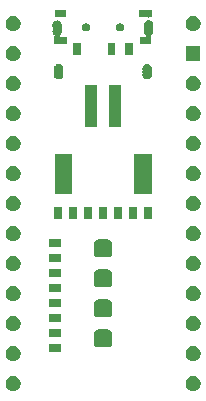
<source format=gbs>
G04 #@! TF.GenerationSoftware,KiCad,Pcbnew,5.1.4+dfsg1-1*
G04 #@! TF.CreationDate,2020-04-01T11:30:31+02:00*
G04 #@! TF.ProjectId,nrfmicro,6e72666d-6963-4726-9f2e-6b696361645f,rev?*
G04 #@! TF.SameCoordinates,Original*
G04 #@! TF.FileFunction,Soldermask,Bot*
G04 #@! TF.FilePolarity,Negative*
%FSLAX46Y46*%
G04 Gerber Fmt 4.6, Leading zero omitted, Abs format (unit mm)*
G04 Created by KiCad (PCBNEW 5.1.4+dfsg1-1) date 2020-04-01 11:30:31*
%MOMM*%
%LPD*%
G04 APERTURE LIST*
%ADD10C,0.100000*%
G04 APERTURE END LIST*
D10*
G36*
X111607223Y-139682403D02*
G01*
X111665004Y-139706337D01*
X111722786Y-139730271D01*
X111826786Y-139799761D01*
X111915239Y-139888214D01*
X111984729Y-139992214D01*
X112032597Y-140107778D01*
X112057000Y-140230459D01*
X112057000Y-140355541D01*
X112032597Y-140478222D01*
X111984729Y-140593786D01*
X111915239Y-140697786D01*
X111826786Y-140786239D01*
X111722786Y-140855729D01*
X111665004Y-140879663D01*
X111607223Y-140903597D01*
X111484542Y-140928000D01*
X111359458Y-140928000D01*
X111236777Y-140903597D01*
X111178996Y-140879663D01*
X111121214Y-140855729D01*
X111017214Y-140786239D01*
X110928761Y-140697786D01*
X110859271Y-140593786D01*
X110811403Y-140478222D01*
X110787000Y-140355541D01*
X110787000Y-140230459D01*
X110811403Y-140107778D01*
X110859271Y-139992214D01*
X110928761Y-139888214D01*
X111017214Y-139799761D01*
X111121214Y-139730271D01*
X111178996Y-139706337D01*
X111236777Y-139682403D01*
X111359458Y-139658000D01*
X111484542Y-139658000D01*
X111607223Y-139682403D01*
X111607223Y-139682403D01*
G37*
G36*
X96367223Y-139682403D02*
G01*
X96425004Y-139706337D01*
X96482786Y-139730271D01*
X96586786Y-139799761D01*
X96675239Y-139888214D01*
X96744729Y-139992214D01*
X96792597Y-140107778D01*
X96817000Y-140230459D01*
X96817000Y-140355541D01*
X96792597Y-140478222D01*
X96744729Y-140593786D01*
X96675239Y-140697786D01*
X96586786Y-140786239D01*
X96482786Y-140855729D01*
X96425004Y-140879663D01*
X96367223Y-140903597D01*
X96244542Y-140928000D01*
X96119458Y-140928000D01*
X95996777Y-140903597D01*
X95938996Y-140879663D01*
X95881214Y-140855729D01*
X95777214Y-140786239D01*
X95688761Y-140697786D01*
X95619271Y-140593786D01*
X95571403Y-140478222D01*
X95547000Y-140355541D01*
X95547000Y-140230459D01*
X95571403Y-140107778D01*
X95619271Y-139992214D01*
X95688761Y-139888214D01*
X95777214Y-139799761D01*
X95881214Y-139730271D01*
X95938996Y-139706337D01*
X95996777Y-139682403D01*
X96119458Y-139658000D01*
X96244542Y-139658000D01*
X96367223Y-139682403D01*
X96367223Y-139682403D01*
G37*
G36*
X111607223Y-137142403D02*
G01*
X111665004Y-137166337D01*
X111722786Y-137190271D01*
X111826786Y-137259761D01*
X111915239Y-137348214D01*
X111984729Y-137452214D01*
X112032597Y-137567778D01*
X112057000Y-137690459D01*
X112057000Y-137815541D01*
X112032597Y-137938222D01*
X111984729Y-138053786D01*
X111915239Y-138157786D01*
X111826786Y-138246239D01*
X111722786Y-138315729D01*
X111665004Y-138339663D01*
X111607223Y-138363597D01*
X111484542Y-138388000D01*
X111359458Y-138388000D01*
X111236777Y-138363597D01*
X111178996Y-138339663D01*
X111121214Y-138315729D01*
X111017214Y-138246239D01*
X110928761Y-138157786D01*
X110859271Y-138053786D01*
X110811403Y-137938222D01*
X110787000Y-137815541D01*
X110787000Y-137690459D01*
X110811403Y-137567778D01*
X110859271Y-137452214D01*
X110928761Y-137348214D01*
X111017214Y-137259761D01*
X111121214Y-137190271D01*
X111178996Y-137166337D01*
X111236777Y-137142403D01*
X111359458Y-137118000D01*
X111484542Y-137118000D01*
X111607223Y-137142403D01*
X111607223Y-137142403D01*
G37*
G36*
X96367223Y-137142403D02*
G01*
X96425004Y-137166337D01*
X96482786Y-137190271D01*
X96586786Y-137259761D01*
X96675239Y-137348214D01*
X96744729Y-137452214D01*
X96792597Y-137567778D01*
X96817000Y-137690459D01*
X96817000Y-137815541D01*
X96792597Y-137938222D01*
X96744729Y-138053786D01*
X96675239Y-138157786D01*
X96586786Y-138246239D01*
X96482786Y-138315729D01*
X96425004Y-138339663D01*
X96367223Y-138363597D01*
X96244542Y-138388000D01*
X96119458Y-138388000D01*
X95996777Y-138363597D01*
X95938996Y-138339663D01*
X95881214Y-138315729D01*
X95777214Y-138246239D01*
X95688761Y-138157786D01*
X95619271Y-138053786D01*
X95571403Y-137938222D01*
X95547000Y-137815541D01*
X95547000Y-137690459D01*
X95571403Y-137567778D01*
X95619271Y-137452214D01*
X95688761Y-137348214D01*
X95777214Y-137259761D01*
X95881214Y-137190271D01*
X95938996Y-137166337D01*
X95996777Y-137142403D01*
X96119458Y-137118000D01*
X96244542Y-137118000D01*
X96367223Y-137142403D01*
X96367223Y-137142403D01*
G37*
G36*
X100261000Y-137630000D02*
G01*
X99261000Y-137630000D01*
X99261000Y-136980000D01*
X100261000Y-136980000D01*
X100261000Y-137630000D01*
X100261000Y-137630000D01*
G37*
G36*
X104299882Y-135739372D02*
G01*
X104358390Y-135757121D01*
X104412311Y-135785943D01*
X104459576Y-135824732D01*
X104498365Y-135871997D01*
X104527187Y-135925918D01*
X104544936Y-135984426D01*
X104551533Y-136051413D01*
X104551533Y-136914137D01*
X104544936Y-136981124D01*
X104527187Y-137039632D01*
X104498365Y-137093553D01*
X104459576Y-137140818D01*
X104412311Y-137179607D01*
X104358390Y-137208429D01*
X104299882Y-137226178D01*
X104232895Y-137232775D01*
X103370171Y-137232775D01*
X103303184Y-137226178D01*
X103244676Y-137208429D01*
X103190755Y-137179607D01*
X103143490Y-137140818D01*
X103104701Y-137093553D01*
X103075879Y-137039632D01*
X103058130Y-136981124D01*
X103051533Y-136914137D01*
X103051533Y-136051413D01*
X103058130Y-135984426D01*
X103075879Y-135925918D01*
X103104701Y-135871997D01*
X103143490Y-135824732D01*
X103190755Y-135785943D01*
X103244676Y-135757121D01*
X103303184Y-135739372D01*
X103370171Y-135732775D01*
X104232895Y-135732775D01*
X104299882Y-135739372D01*
X104299882Y-135739372D01*
G37*
G36*
X100261000Y-136360000D02*
G01*
X99261000Y-136360000D01*
X99261000Y-135710000D01*
X100261000Y-135710000D01*
X100261000Y-136360000D01*
X100261000Y-136360000D01*
G37*
G36*
X96367223Y-134602403D02*
G01*
X96425004Y-134626337D01*
X96482786Y-134650271D01*
X96586786Y-134719761D01*
X96675239Y-134808214D01*
X96744729Y-134912214D01*
X96792597Y-135027778D01*
X96817000Y-135150459D01*
X96817000Y-135275541D01*
X96792597Y-135398222D01*
X96744729Y-135513786D01*
X96675239Y-135617786D01*
X96586786Y-135706239D01*
X96482786Y-135775729D01*
X96458127Y-135785943D01*
X96367223Y-135823597D01*
X96244542Y-135848000D01*
X96119458Y-135848000D01*
X95996777Y-135823597D01*
X95905873Y-135785943D01*
X95881214Y-135775729D01*
X95777214Y-135706239D01*
X95688761Y-135617786D01*
X95619271Y-135513786D01*
X95571403Y-135398222D01*
X95547000Y-135275541D01*
X95547000Y-135150459D01*
X95571403Y-135027778D01*
X95619271Y-134912214D01*
X95688761Y-134808214D01*
X95777214Y-134719761D01*
X95881214Y-134650271D01*
X95938996Y-134626337D01*
X95996777Y-134602403D01*
X96119458Y-134578000D01*
X96244542Y-134578000D01*
X96367223Y-134602403D01*
X96367223Y-134602403D01*
G37*
G36*
X111607223Y-134602403D02*
G01*
X111665004Y-134626337D01*
X111722786Y-134650271D01*
X111826786Y-134719761D01*
X111915239Y-134808214D01*
X111984729Y-134912214D01*
X112032597Y-135027778D01*
X112057000Y-135150459D01*
X112057000Y-135275541D01*
X112032597Y-135398222D01*
X111984729Y-135513786D01*
X111915239Y-135617786D01*
X111826786Y-135706239D01*
X111722786Y-135775729D01*
X111698127Y-135785943D01*
X111607223Y-135823597D01*
X111484542Y-135848000D01*
X111359458Y-135848000D01*
X111236777Y-135823597D01*
X111145873Y-135785943D01*
X111121214Y-135775729D01*
X111017214Y-135706239D01*
X110928761Y-135617786D01*
X110859271Y-135513786D01*
X110811403Y-135398222D01*
X110787000Y-135275541D01*
X110787000Y-135150459D01*
X110811403Y-135027778D01*
X110859271Y-134912214D01*
X110928761Y-134808214D01*
X111017214Y-134719761D01*
X111121214Y-134650271D01*
X111178996Y-134626337D01*
X111236777Y-134602403D01*
X111359458Y-134578000D01*
X111484542Y-134578000D01*
X111607223Y-134602403D01*
X111607223Y-134602403D01*
G37*
G36*
X100261000Y-135090000D02*
G01*
X99261000Y-135090000D01*
X99261000Y-134440000D01*
X100261000Y-134440000D01*
X100261000Y-135090000D01*
X100261000Y-135090000D01*
G37*
G36*
X104299882Y-133199372D02*
G01*
X104358390Y-133217121D01*
X104412311Y-133245943D01*
X104459576Y-133284732D01*
X104498365Y-133331997D01*
X104527187Y-133385918D01*
X104544936Y-133444426D01*
X104551533Y-133511413D01*
X104551533Y-134374137D01*
X104544936Y-134441124D01*
X104527187Y-134499632D01*
X104498365Y-134553553D01*
X104459576Y-134600818D01*
X104412311Y-134639607D01*
X104358390Y-134668429D01*
X104299882Y-134686178D01*
X104232895Y-134692775D01*
X103370171Y-134692775D01*
X103303184Y-134686178D01*
X103244676Y-134668429D01*
X103190755Y-134639607D01*
X103143490Y-134600818D01*
X103104701Y-134553553D01*
X103075879Y-134499632D01*
X103058130Y-134441124D01*
X103051533Y-134374137D01*
X103051533Y-133511413D01*
X103058130Y-133444426D01*
X103075879Y-133385918D01*
X103104701Y-133331997D01*
X103143490Y-133284732D01*
X103190755Y-133245943D01*
X103244676Y-133217121D01*
X103303184Y-133199372D01*
X103370171Y-133192775D01*
X104232895Y-133192775D01*
X104299882Y-133199372D01*
X104299882Y-133199372D01*
G37*
G36*
X100261000Y-133820000D02*
G01*
X99261000Y-133820000D01*
X99261000Y-133170000D01*
X100261000Y-133170000D01*
X100261000Y-133820000D01*
X100261000Y-133820000D01*
G37*
G36*
X96367223Y-132062403D02*
G01*
X96425004Y-132086337D01*
X96482786Y-132110271D01*
X96586786Y-132179761D01*
X96675239Y-132268214D01*
X96744729Y-132372214D01*
X96792597Y-132487778D01*
X96817000Y-132610459D01*
X96817000Y-132735541D01*
X96792597Y-132858222D01*
X96744729Y-132973786D01*
X96675239Y-133077786D01*
X96586786Y-133166239D01*
X96482786Y-133235729D01*
X96458127Y-133245943D01*
X96367223Y-133283597D01*
X96244542Y-133308000D01*
X96119458Y-133308000D01*
X95996777Y-133283597D01*
X95905873Y-133245943D01*
X95881214Y-133235729D01*
X95777214Y-133166239D01*
X95688761Y-133077786D01*
X95619271Y-132973786D01*
X95571403Y-132858222D01*
X95547000Y-132735541D01*
X95547000Y-132610459D01*
X95571403Y-132487778D01*
X95619271Y-132372214D01*
X95688761Y-132268214D01*
X95777214Y-132179761D01*
X95881214Y-132110271D01*
X95938996Y-132086337D01*
X95996777Y-132062403D01*
X96119458Y-132038000D01*
X96244542Y-132038000D01*
X96367223Y-132062403D01*
X96367223Y-132062403D01*
G37*
G36*
X111607223Y-132062403D02*
G01*
X111665004Y-132086337D01*
X111722786Y-132110271D01*
X111826786Y-132179761D01*
X111915239Y-132268214D01*
X111984729Y-132372214D01*
X112032597Y-132487778D01*
X112057000Y-132610459D01*
X112057000Y-132735541D01*
X112032597Y-132858222D01*
X111984729Y-132973786D01*
X111915239Y-133077786D01*
X111826786Y-133166239D01*
X111722786Y-133235729D01*
X111698127Y-133245943D01*
X111607223Y-133283597D01*
X111484542Y-133308000D01*
X111359458Y-133308000D01*
X111236777Y-133283597D01*
X111145873Y-133245943D01*
X111121214Y-133235729D01*
X111017214Y-133166239D01*
X110928761Y-133077786D01*
X110859271Y-132973786D01*
X110811403Y-132858222D01*
X110787000Y-132735541D01*
X110787000Y-132610459D01*
X110811403Y-132487778D01*
X110859271Y-132372214D01*
X110928761Y-132268214D01*
X111017214Y-132179761D01*
X111121214Y-132110271D01*
X111178996Y-132086337D01*
X111236777Y-132062403D01*
X111359458Y-132038000D01*
X111484542Y-132038000D01*
X111607223Y-132062403D01*
X111607223Y-132062403D01*
G37*
G36*
X100261000Y-132550000D02*
G01*
X99261000Y-132550000D01*
X99261000Y-131900000D01*
X100261000Y-131900000D01*
X100261000Y-132550000D01*
X100261000Y-132550000D01*
G37*
G36*
X104299882Y-130659372D02*
G01*
X104358390Y-130677121D01*
X104412311Y-130705943D01*
X104459576Y-130744732D01*
X104498365Y-130791997D01*
X104527187Y-130845918D01*
X104544936Y-130904426D01*
X104551533Y-130971413D01*
X104551533Y-131834137D01*
X104544936Y-131901124D01*
X104527187Y-131959632D01*
X104498365Y-132013553D01*
X104459576Y-132060818D01*
X104412311Y-132099607D01*
X104358390Y-132128429D01*
X104299882Y-132146178D01*
X104232895Y-132152775D01*
X103370171Y-132152775D01*
X103303184Y-132146178D01*
X103244676Y-132128429D01*
X103190755Y-132099607D01*
X103143490Y-132060818D01*
X103104701Y-132013553D01*
X103075879Y-131959632D01*
X103058130Y-131901124D01*
X103051533Y-131834137D01*
X103051533Y-130971413D01*
X103058130Y-130904426D01*
X103075879Y-130845918D01*
X103104701Y-130791997D01*
X103143490Y-130744732D01*
X103190755Y-130705943D01*
X103244676Y-130677121D01*
X103303184Y-130659372D01*
X103370171Y-130652775D01*
X104232895Y-130652775D01*
X104299882Y-130659372D01*
X104299882Y-130659372D01*
G37*
G36*
X100261000Y-131280000D02*
G01*
X99261000Y-131280000D01*
X99261000Y-130630000D01*
X100261000Y-130630000D01*
X100261000Y-131280000D01*
X100261000Y-131280000D01*
G37*
G36*
X96367223Y-129522403D02*
G01*
X96425004Y-129546337D01*
X96482786Y-129570271D01*
X96586786Y-129639761D01*
X96675239Y-129728214D01*
X96744729Y-129832214D01*
X96792597Y-129947778D01*
X96817000Y-130070459D01*
X96817000Y-130195541D01*
X96792597Y-130318222D01*
X96744729Y-130433786D01*
X96675239Y-130537786D01*
X96586786Y-130626239D01*
X96482786Y-130695729D01*
X96458127Y-130705943D01*
X96367223Y-130743597D01*
X96244542Y-130768000D01*
X96119458Y-130768000D01*
X95996777Y-130743597D01*
X95905873Y-130705943D01*
X95881214Y-130695729D01*
X95777214Y-130626239D01*
X95688761Y-130537786D01*
X95619271Y-130433786D01*
X95571403Y-130318222D01*
X95547000Y-130195541D01*
X95547000Y-130070459D01*
X95571403Y-129947778D01*
X95619271Y-129832214D01*
X95688761Y-129728214D01*
X95777214Y-129639761D01*
X95881214Y-129570271D01*
X95938996Y-129546337D01*
X95996777Y-129522403D01*
X96119458Y-129498000D01*
X96244542Y-129498000D01*
X96367223Y-129522403D01*
X96367223Y-129522403D01*
G37*
G36*
X111607223Y-129522403D02*
G01*
X111665004Y-129546337D01*
X111722786Y-129570271D01*
X111826786Y-129639761D01*
X111915239Y-129728214D01*
X111984729Y-129832214D01*
X112032597Y-129947778D01*
X112057000Y-130070459D01*
X112057000Y-130195541D01*
X112032597Y-130318222D01*
X111984729Y-130433786D01*
X111915239Y-130537786D01*
X111826786Y-130626239D01*
X111722786Y-130695729D01*
X111698127Y-130705943D01*
X111607223Y-130743597D01*
X111484542Y-130768000D01*
X111359458Y-130768000D01*
X111236777Y-130743597D01*
X111145873Y-130705943D01*
X111121214Y-130695729D01*
X111017214Y-130626239D01*
X110928761Y-130537786D01*
X110859271Y-130433786D01*
X110811403Y-130318222D01*
X110787000Y-130195541D01*
X110787000Y-130070459D01*
X110811403Y-129947778D01*
X110859271Y-129832214D01*
X110928761Y-129728214D01*
X111017214Y-129639761D01*
X111121214Y-129570271D01*
X111178996Y-129546337D01*
X111236777Y-129522403D01*
X111359458Y-129498000D01*
X111484542Y-129498000D01*
X111607223Y-129522403D01*
X111607223Y-129522403D01*
G37*
G36*
X100261000Y-130010000D02*
G01*
X99261000Y-130010000D01*
X99261000Y-129360000D01*
X100261000Y-129360000D01*
X100261000Y-130010000D01*
X100261000Y-130010000D01*
G37*
G36*
X104299882Y-128119372D02*
G01*
X104358390Y-128137121D01*
X104412311Y-128165943D01*
X104459576Y-128204732D01*
X104498365Y-128251997D01*
X104527187Y-128305918D01*
X104544936Y-128364426D01*
X104551533Y-128431413D01*
X104551533Y-129294137D01*
X104544936Y-129361124D01*
X104527187Y-129419632D01*
X104498365Y-129473553D01*
X104459576Y-129520818D01*
X104412311Y-129559607D01*
X104358390Y-129588429D01*
X104299882Y-129606178D01*
X104232895Y-129612775D01*
X103370171Y-129612775D01*
X103303184Y-129606178D01*
X103244676Y-129588429D01*
X103190755Y-129559607D01*
X103143490Y-129520818D01*
X103104701Y-129473553D01*
X103075879Y-129419632D01*
X103058130Y-129361124D01*
X103051533Y-129294137D01*
X103051533Y-128431413D01*
X103058130Y-128364426D01*
X103075879Y-128305918D01*
X103104701Y-128251997D01*
X103143490Y-128204732D01*
X103190755Y-128165943D01*
X103244676Y-128137121D01*
X103303184Y-128119372D01*
X103370171Y-128112775D01*
X104232895Y-128112775D01*
X104299882Y-128119372D01*
X104299882Y-128119372D01*
G37*
G36*
X100261000Y-128740000D02*
G01*
X99261000Y-128740000D01*
X99261000Y-128090000D01*
X100261000Y-128090000D01*
X100261000Y-128740000D01*
X100261000Y-128740000D01*
G37*
G36*
X96367223Y-126982403D02*
G01*
X96425004Y-127006337D01*
X96482786Y-127030271D01*
X96586786Y-127099761D01*
X96675239Y-127188214D01*
X96744729Y-127292214D01*
X96792597Y-127407778D01*
X96817000Y-127530459D01*
X96817000Y-127655541D01*
X96792597Y-127778222D01*
X96744729Y-127893786D01*
X96675239Y-127997786D01*
X96586786Y-128086239D01*
X96482786Y-128155729D01*
X96458127Y-128165943D01*
X96367223Y-128203597D01*
X96244542Y-128228000D01*
X96119458Y-128228000D01*
X95996777Y-128203597D01*
X95905873Y-128165943D01*
X95881214Y-128155729D01*
X95777214Y-128086239D01*
X95688761Y-127997786D01*
X95619271Y-127893786D01*
X95571403Y-127778222D01*
X95547000Y-127655541D01*
X95547000Y-127530459D01*
X95571403Y-127407778D01*
X95619271Y-127292214D01*
X95688761Y-127188214D01*
X95777214Y-127099761D01*
X95881214Y-127030271D01*
X95938996Y-127006337D01*
X95996777Y-126982403D01*
X96119458Y-126958000D01*
X96244542Y-126958000D01*
X96367223Y-126982403D01*
X96367223Y-126982403D01*
G37*
G36*
X111607223Y-126982403D02*
G01*
X111665004Y-127006337D01*
X111722786Y-127030271D01*
X111826786Y-127099761D01*
X111915239Y-127188214D01*
X111984729Y-127292214D01*
X112032597Y-127407778D01*
X112057000Y-127530459D01*
X112057000Y-127655541D01*
X112032597Y-127778222D01*
X111984729Y-127893786D01*
X111915239Y-127997786D01*
X111826786Y-128086239D01*
X111722786Y-128155729D01*
X111698127Y-128165943D01*
X111607223Y-128203597D01*
X111484542Y-128228000D01*
X111359458Y-128228000D01*
X111236777Y-128203597D01*
X111145873Y-128165943D01*
X111121214Y-128155729D01*
X111017214Y-128086239D01*
X110928761Y-127997786D01*
X110859271Y-127893786D01*
X110811403Y-127778222D01*
X110787000Y-127655541D01*
X110787000Y-127530459D01*
X110811403Y-127407778D01*
X110859271Y-127292214D01*
X110928761Y-127188214D01*
X111017214Y-127099761D01*
X111121214Y-127030271D01*
X111178996Y-127006337D01*
X111236777Y-126982403D01*
X111359458Y-126958000D01*
X111484542Y-126958000D01*
X111607223Y-126982403D01*
X111607223Y-126982403D01*
G37*
G36*
X107960000Y-126375000D02*
G01*
X107310000Y-126375000D01*
X107310000Y-125375000D01*
X107960000Y-125375000D01*
X107960000Y-126375000D01*
X107960000Y-126375000D01*
G37*
G36*
X102880000Y-126375000D02*
G01*
X102230000Y-126375000D01*
X102230000Y-125375000D01*
X102880000Y-125375000D01*
X102880000Y-126375000D01*
X102880000Y-126375000D01*
G37*
G36*
X105420000Y-126375000D02*
G01*
X104770000Y-126375000D01*
X104770000Y-125375000D01*
X105420000Y-125375000D01*
X105420000Y-126375000D01*
X105420000Y-126375000D01*
G37*
G36*
X100340000Y-126375000D02*
G01*
X99690000Y-126375000D01*
X99690000Y-125375000D01*
X100340000Y-125375000D01*
X100340000Y-126375000D01*
X100340000Y-126375000D01*
G37*
G36*
X101610000Y-126375000D02*
G01*
X100960000Y-126375000D01*
X100960000Y-125375000D01*
X101610000Y-125375000D01*
X101610000Y-126375000D01*
X101610000Y-126375000D01*
G37*
G36*
X104150000Y-126375000D02*
G01*
X103500000Y-126375000D01*
X103500000Y-125375000D01*
X104150000Y-125375000D01*
X104150000Y-126375000D01*
X104150000Y-126375000D01*
G37*
G36*
X106690000Y-126375000D02*
G01*
X106040000Y-126375000D01*
X106040000Y-125375000D01*
X106690000Y-125375000D01*
X106690000Y-126375000D01*
X106690000Y-126375000D01*
G37*
G36*
X111607223Y-124442403D02*
G01*
X111665004Y-124466337D01*
X111722786Y-124490271D01*
X111826786Y-124559761D01*
X111915239Y-124648214D01*
X111984729Y-124752214D01*
X112032597Y-124867778D01*
X112057000Y-124990459D01*
X112057000Y-125115541D01*
X112032597Y-125238222D01*
X111984729Y-125353786D01*
X111915239Y-125457786D01*
X111826786Y-125546239D01*
X111722786Y-125615729D01*
X111665004Y-125639663D01*
X111607223Y-125663597D01*
X111484542Y-125688000D01*
X111359458Y-125688000D01*
X111236777Y-125663597D01*
X111178996Y-125639663D01*
X111121214Y-125615729D01*
X111017214Y-125546239D01*
X110928761Y-125457786D01*
X110859271Y-125353786D01*
X110811403Y-125238222D01*
X110787000Y-125115541D01*
X110787000Y-124990459D01*
X110811403Y-124867778D01*
X110859271Y-124752214D01*
X110928761Y-124648214D01*
X111017214Y-124559761D01*
X111121214Y-124490271D01*
X111178996Y-124466337D01*
X111236777Y-124442403D01*
X111359458Y-124418000D01*
X111484542Y-124418000D01*
X111607223Y-124442403D01*
X111607223Y-124442403D01*
G37*
G36*
X96367223Y-124442403D02*
G01*
X96425004Y-124466337D01*
X96482786Y-124490271D01*
X96586786Y-124559761D01*
X96675239Y-124648214D01*
X96744729Y-124752214D01*
X96792597Y-124867778D01*
X96817000Y-124990459D01*
X96817000Y-125115541D01*
X96792597Y-125238222D01*
X96744729Y-125353786D01*
X96675239Y-125457786D01*
X96586786Y-125546239D01*
X96482786Y-125615729D01*
X96425004Y-125639663D01*
X96367223Y-125663597D01*
X96244542Y-125688000D01*
X96119458Y-125688000D01*
X95996777Y-125663597D01*
X95938996Y-125639663D01*
X95881214Y-125615729D01*
X95777214Y-125546239D01*
X95688761Y-125457786D01*
X95619271Y-125353786D01*
X95571403Y-125238222D01*
X95547000Y-125115541D01*
X95547000Y-124990459D01*
X95571403Y-124867778D01*
X95619271Y-124752214D01*
X95688761Y-124648214D01*
X95777214Y-124559761D01*
X95881214Y-124490271D01*
X95938996Y-124466337D01*
X95996777Y-124442403D01*
X96119458Y-124418000D01*
X96244542Y-124418000D01*
X96367223Y-124442403D01*
X96367223Y-124442403D01*
G37*
G36*
X107918000Y-124248000D02*
G01*
X106418000Y-124248000D01*
X106418000Y-120848000D01*
X107918000Y-120848000D01*
X107918000Y-124248000D01*
X107918000Y-124248000D01*
G37*
G36*
X101218000Y-124248000D02*
G01*
X99718000Y-124248000D01*
X99718000Y-120848000D01*
X101218000Y-120848000D01*
X101218000Y-124248000D01*
X101218000Y-124248000D01*
G37*
G36*
X111607223Y-121902403D02*
G01*
X111665004Y-121926337D01*
X111722786Y-121950271D01*
X111826786Y-122019761D01*
X111915239Y-122108214D01*
X111984729Y-122212214D01*
X112032597Y-122327778D01*
X112057000Y-122450459D01*
X112057000Y-122575541D01*
X112032597Y-122698222D01*
X111984729Y-122813786D01*
X111915239Y-122917786D01*
X111826786Y-123006239D01*
X111722786Y-123075729D01*
X111665004Y-123099663D01*
X111607223Y-123123597D01*
X111484542Y-123148000D01*
X111359458Y-123148000D01*
X111236777Y-123123597D01*
X111178996Y-123099663D01*
X111121214Y-123075729D01*
X111017214Y-123006239D01*
X110928761Y-122917786D01*
X110859271Y-122813786D01*
X110811403Y-122698222D01*
X110787000Y-122575541D01*
X110787000Y-122450459D01*
X110811403Y-122327778D01*
X110859271Y-122212214D01*
X110928761Y-122108214D01*
X111017214Y-122019761D01*
X111121214Y-121950271D01*
X111178996Y-121926337D01*
X111236777Y-121902403D01*
X111359458Y-121878000D01*
X111484542Y-121878000D01*
X111607223Y-121902403D01*
X111607223Y-121902403D01*
G37*
G36*
X96367223Y-121902403D02*
G01*
X96425004Y-121926337D01*
X96482786Y-121950271D01*
X96586786Y-122019761D01*
X96675239Y-122108214D01*
X96744729Y-122212214D01*
X96792597Y-122327778D01*
X96817000Y-122450459D01*
X96817000Y-122575541D01*
X96792597Y-122698222D01*
X96744729Y-122813786D01*
X96675239Y-122917786D01*
X96586786Y-123006239D01*
X96482786Y-123075729D01*
X96425004Y-123099663D01*
X96367223Y-123123597D01*
X96244542Y-123148000D01*
X96119458Y-123148000D01*
X95996777Y-123123597D01*
X95938996Y-123099663D01*
X95881214Y-123075729D01*
X95777214Y-123006239D01*
X95688761Y-122917786D01*
X95619271Y-122813786D01*
X95571403Y-122698222D01*
X95547000Y-122575541D01*
X95547000Y-122450459D01*
X95571403Y-122327778D01*
X95619271Y-122212214D01*
X95688761Y-122108214D01*
X95777214Y-122019761D01*
X95881214Y-121950271D01*
X95938996Y-121926337D01*
X95996777Y-121902403D01*
X96119458Y-121878000D01*
X96244542Y-121878000D01*
X96367223Y-121902403D01*
X96367223Y-121902403D01*
G37*
G36*
X96367223Y-119362403D02*
G01*
X96425004Y-119386337D01*
X96482786Y-119410271D01*
X96586786Y-119479761D01*
X96675239Y-119568214D01*
X96744729Y-119672214D01*
X96792597Y-119787778D01*
X96817000Y-119910459D01*
X96817000Y-120035541D01*
X96792597Y-120158222D01*
X96744729Y-120273786D01*
X96675239Y-120377786D01*
X96586786Y-120466239D01*
X96482786Y-120535729D01*
X96425004Y-120559663D01*
X96367223Y-120583597D01*
X96244542Y-120608000D01*
X96119458Y-120608000D01*
X95996777Y-120583597D01*
X95938996Y-120559663D01*
X95881214Y-120535729D01*
X95777214Y-120466239D01*
X95688761Y-120377786D01*
X95619271Y-120273786D01*
X95571403Y-120158222D01*
X95547000Y-120035541D01*
X95547000Y-119910459D01*
X95571403Y-119787778D01*
X95619271Y-119672214D01*
X95688761Y-119568214D01*
X95777214Y-119479761D01*
X95881214Y-119410271D01*
X95938996Y-119386337D01*
X95996777Y-119362403D01*
X96119458Y-119338000D01*
X96244542Y-119338000D01*
X96367223Y-119362403D01*
X96367223Y-119362403D01*
G37*
G36*
X111607223Y-119362403D02*
G01*
X111665004Y-119386337D01*
X111722786Y-119410271D01*
X111826786Y-119479761D01*
X111915239Y-119568214D01*
X111984729Y-119672214D01*
X112032597Y-119787778D01*
X112057000Y-119910459D01*
X112057000Y-120035541D01*
X112032597Y-120158222D01*
X111984729Y-120273786D01*
X111915239Y-120377786D01*
X111826786Y-120466239D01*
X111722786Y-120535729D01*
X111665004Y-120559663D01*
X111607223Y-120583597D01*
X111484542Y-120608000D01*
X111359458Y-120608000D01*
X111236777Y-120583597D01*
X111178996Y-120559663D01*
X111121214Y-120535729D01*
X111017214Y-120466239D01*
X110928761Y-120377786D01*
X110859271Y-120273786D01*
X110811403Y-120158222D01*
X110787000Y-120035541D01*
X110787000Y-119910459D01*
X110811403Y-119787778D01*
X110859271Y-119672214D01*
X110928761Y-119568214D01*
X111017214Y-119479761D01*
X111121214Y-119410271D01*
X111178996Y-119386337D01*
X111236777Y-119362403D01*
X111359458Y-119338000D01*
X111484542Y-119338000D01*
X111607223Y-119362403D01*
X111607223Y-119362403D01*
G37*
G36*
X105318000Y-118548000D02*
G01*
X104318000Y-118548000D01*
X104318000Y-115048000D01*
X105318000Y-115048000D01*
X105318000Y-118548000D01*
X105318000Y-118548000D01*
G37*
G36*
X103318000Y-118548000D02*
G01*
X102318000Y-118548000D01*
X102318000Y-115048000D01*
X103318000Y-115048000D01*
X103318000Y-118548000D01*
X103318000Y-118548000D01*
G37*
G36*
X111607223Y-116822403D02*
G01*
X111665004Y-116846337D01*
X111722786Y-116870271D01*
X111826786Y-116939761D01*
X111915239Y-117028214D01*
X111984729Y-117132214D01*
X112032597Y-117247778D01*
X112057000Y-117370459D01*
X112057000Y-117495541D01*
X112032597Y-117618222D01*
X111984729Y-117733786D01*
X111915239Y-117837786D01*
X111826786Y-117926239D01*
X111722786Y-117995729D01*
X111665004Y-118019663D01*
X111607223Y-118043597D01*
X111484542Y-118068000D01*
X111359458Y-118068000D01*
X111236777Y-118043597D01*
X111178996Y-118019663D01*
X111121214Y-117995729D01*
X111017214Y-117926239D01*
X110928761Y-117837786D01*
X110859271Y-117733786D01*
X110811403Y-117618222D01*
X110787000Y-117495541D01*
X110787000Y-117370459D01*
X110811403Y-117247778D01*
X110859271Y-117132214D01*
X110928761Y-117028214D01*
X111017214Y-116939761D01*
X111121214Y-116870271D01*
X111178996Y-116846337D01*
X111236777Y-116822403D01*
X111359458Y-116798000D01*
X111484542Y-116798000D01*
X111607223Y-116822403D01*
X111607223Y-116822403D01*
G37*
G36*
X96367223Y-116822403D02*
G01*
X96425004Y-116846337D01*
X96482786Y-116870271D01*
X96586786Y-116939761D01*
X96675239Y-117028214D01*
X96744729Y-117132214D01*
X96792597Y-117247778D01*
X96817000Y-117370459D01*
X96817000Y-117495541D01*
X96792597Y-117618222D01*
X96744729Y-117733786D01*
X96675239Y-117837786D01*
X96586786Y-117926239D01*
X96482786Y-117995729D01*
X96425004Y-118019663D01*
X96367223Y-118043597D01*
X96244542Y-118068000D01*
X96119458Y-118068000D01*
X95996777Y-118043597D01*
X95938996Y-118019663D01*
X95881214Y-117995729D01*
X95777214Y-117926239D01*
X95688761Y-117837786D01*
X95619271Y-117733786D01*
X95571403Y-117618222D01*
X95547000Y-117495541D01*
X95547000Y-117370459D01*
X95571403Y-117247778D01*
X95619271Y-117132214D01*
X95688761Y-117028214D01*
X95777214Y-116939761D01*
X95881214Y-116870271D01*
X95938996Y-116846337D01*
X95996777Y-116822403D01*
X96119458Y-116798000D01*
X96244542Y-116798000D01*
X96367223Y-116822403D01*
X96367223Y-116822403D01*
G37*
G36*
X111607223Y-114282403D02*
G01*
X111665004Y-114306337D01*
X111722786Y-114330271D01*
X111826786Y-114399761D01*
X111915239Y-114488214D01*
X111984729Y-114592214D01*
X112032597Y-114707778D01*
X112057000Y-114830459D01*
X112057000Y-114955541D01*
X112032597Y-115078222D01*
X111984729Y-115193786D01*
X111915239Y-115297786D01*
X111826786Y-115386239D01*
X111722786Y-115455729D01*
X111665004Y-115479663D01*
X111607223Y-115503597D01*
X111484542Y-115528000D01*
X111359458Y-115528000D01*
X111236777Y-115503597D01*
X111178996Y-115479663D01*
X111121214Y-115455729D01*
X111017214Y-115386239D01*
X110928761Y-115297786D01*
X110859271Y-115193786D01*
X110811403Y-115078222D01*
X110787000Y-114955541D01*
X110787000Y-114830459D01*
X110811403Y-114707778D01*
X110859271Y-114592214D01*
X110928761Y-114488214D01*
X111017214Y-114399761D01*
X111121214Y-114330271D01*
X111178996Y-114306337D01*
X111236777Y-114282403D01*
X111359458Y-114258000D01*
X111484542Y-114258000D01*
X111607223Y-114282403D01*
X111607223Y-114282403D01*
G37*
G36*
X96367223Y-114282403D02*
G01*
X96425004Y-114306337D01*
X96482786Y-114330271D01*
X96586786Y-114399761D01*
X96675239Y-114488214D01*
X96744729Y-114592214D01*
X96792597Y-114707778D01*
X96817000Y-114830459D01*
X96817000Y-114955541D01*
X96792597Y-115078222D01*
X96744729Y-115193786D01*
X96675239Y-115297786D01*
X96586786Y-115386239D01*
X96482786Y-115455729D01*
X96425004Y-115479663D01*
X96367223Y-115503597D01*
X96244542Y-115528000D01*
X96119458Y-115528000D01*
X95996777Y-115503597D01*
X95938996Y-115479663D01*
X95881214Y-115455729D01*
X95777214Y-115386239D01*
X95688761Y-115297786D01*
X95619271Y-115193786D01*
X95571403Y-115078222D01*
X95547000Y-114955541D01*
X95547000Y-114830459D01*
X95571403Y-114707778D01*
X95619271Y-114592214D01*
X95688761Y-114488214D01*
X95777214Y-114399761D01*
X95881214Y-114330271D01*
X95938996Y-114306337D01*
X95996777Y-114282403D01*
X96119458Y-114258000D01*
X96244542Y-114258000D01*
X96367223Y-114282403D01*
X96367223Y-114282403D01*
G37*
G36*
X100161676Y-113257372D02*
G01*
X100193424Y-113270522D01*
X100234468Y-113287523D01*
X100234471Y-113287525D01*
X100299985Y-113331300D01*
X100355700Y-113387015D01*
X100355701Y-113387017D01*
X100399477Y-113452532D01*
X100416478Y-113493576D01*
X100429628Y-113525324D01*
X100441558Y-113585300D01*
X100445000Y-113602604D01*
X100445000Y-113681396D01*
X100432425Y-113744613D01*
X100430023Y-113768999D01*
X100432425Y-113793384D01*
X100445000Y-113856603D01*
X100445000Y-113935397D01*
X100432851Y-113996475D01*
X100432425Y-113998613D01*
X100430023Y-114022999D01*
X100432425Y-114047384D01*
X100445000Y-114110603D01*
X100445000Y-114189397D01*
X100429628Y-114266676D01*
X100417481Y-114296000D01*
X100399477Y-114339468D01*
X100399475Y-114339471D01*
X100355700Y-114404985D01*
X100299985Y-114460700D01*
X100258812Y-114488211D01*
X100234468Y-114504477D01*
X100193424Y-114521478D01*
X100161676Y-114534628D01*
X100084397Y-114550000D01*
X100005603Y-114550000D01*
X99928324Y-114534628D01*
X99896576Y-114521478D01*
X99855532Y-114504477D01*
X99831188Y-114488211D01*
X99790015Y-114460700D01*
X99734300Y-114404985D01*
X99690525Y-114339471D01*
X99690523Y-114339468D01*
X99672519Y-114296000D01*
X99660372Y-114266676D01*
X99645000Y-114189397D01*
X99645000Y-114110603D01*
X99657575Y-114047384D01*
X99659977Y-114023001D01*
X99657575Y-113998613D01*
X99657150Y-113996475D01*
X99645000Y-113935397D01*
X99645000Y-113856603D01*
X99657575Y-113793384D01*
X99659977Y-113769001D01*
X99657575Y-113744613D01*
X99645000Y-113681396D01*
X99645000Y-113602604D01*
X99648442Y-113585300D01*
X99660372Y-113525324D01*
X99673522Y-113493576D01*
X99690523Y-113452532D01*
X99734299Y-113387017D01*
X99734300Y-113387015D01*
X99790015Y-113331300D01*
X99855529Y-113287525D01*
X99855532Y-113287523D01*
X99896576Y-113270522D01*
X99928324Y-113257372D01*
X100005603Y-113242000D01*
X100084397Y-113242000D01*
X100161676Y-113257372D01*
X100161676Y-113257372D01*
G37*
G36*
X107654676Y-113257372D02*
G01*
X107686424Y-113270522D01*
X107727468Y-113287523D01*
X107727471Y-113287525D01*
X107792985Y-113331300D01*
X107848700Y-113387015D01*
X107848701Y-113387017D01*
X107892477Y-113452532D01*
X107909478Y-113493576D01*
X107922628Y-113525324D01*
X107934558Y-113585300D01*
X107938000Y-113602604D01*
X107938000Y-113681396D01*
X107925425Y-113744613D01*
X107923023Y-113768999D01*
X107925425Y-113793384D01*
X107938000Y-113856603D01*
X107938000Y-113935397D01*
X107925851Y-113996475D01*
X107925425Y-113998613D01*
X107923023Y-114022999D01*
X107925425Y-114047384D01*
X107938000Y-114110603D01*
X107938000Y-114189397D01*
X107922628Y-114266676D01*
X107910481Y-114296000D01*
X107892477Y-114339468D01*
X107892475Y-114339471D01*
X107848700Y-114404985D01*
X107792985Y-114460700D01*
X107751812Y-114488211D01*
X107727468Y-114504477D01*
X107686424Y-114521478D01*
X107654676Y-114534628D01*
X107577397Y-114550000D01*
X107498603Y-114550000D01*
X107421324Y-114534628D01*
X107389576Y-114521478D01*
X107348532Y-114504477D01*
X107324188Y-114488211D01*
X107283015Y-114460700D01*
X107227300Y-114404985D01*
X107183525Y-114339471D01*
X107183523Y-114339468D01*
X107165519Y-114296000D01*
X107153372Y-114266676D01*
X107138000Y-114189397D01*
X107138000Y-114110603D01*
X107150575Y-114047384D01*
X107152977Y-114023001D01*
X107150575Y-113998613D01*
X107150150Y-113996475D01*
X107138000Y-113935397D01*
X107138000Y-113856603D01*
X107150575Y-113793384D01*
X107152977Y-113769001D01*
X107150575Y-113744613D01*
X107138000Y-113681396D01*
X107138000Y-113602604D01*
X107141442Y-113585300D01*
X107153372Y-113525324D01*
X107166522Y-113493576D01*
X107183523Y-113452532D01*
X107227299Y-113387017D01*
X107227300Y-113387015D01*
X107283015Y-113331300D01*
X107348529Y-113287525D01*
X107348532Y-113287523D01*
X107389576Y-113270522D01*
X107421324Y-113257372D01*
X107498603Y-113242000D01*
X107577397Y-113242000D01*
X107654676Y-113257372D01*
X107654676Y-113257372D01*
G37*
G36*
X96367223Y-111742403D02*
G01*
X96425004Y-111766337D01*
X96482786Y-111790271D01*
X96586786Y-111859761D01*
X96675239Y-111948214D01*
X96744729Y-112052214D01*
X96792597Y-112167778D01*
X96817000Y-112290459D01*
X96817000Y-112415541D01*
X96792597Y-112538222D01*
X96744729Y-112653786D01*
X96675239Y-112757786D01*
X96586786Y-112846239D01*
X96482786Y-112915729D01*
X96425004Y-112939663D01*
X96367223Y-112963597D01*
X96244542Y-112988000D01*
X96119458Y-112988000D01*
X95996777Y-112963597D01*
X95938996Y-112939663D01*
X95881214Y-112915729D01*
X95777214Y-112846239D01*
X95688761Y-112757786D01*
X95619271Y-112653786D01*
X95571403Y-112538222D01*
X95547000Y-112415541D01*
X95547000Y-112290459D01*
X95571403Y-112167778D01*
X95619271Y-112052214D01*
X95688761Y-111948214D01*
X95777214Y-111859761D01*
X95881214Y-111790271D01*
X95938996Y-111766337D01*
X95996777Y-111742403D01*
X96119458Y-111718000D01*
X96244542Y-111718000D01*
X96367223Y-111742403D01*
X96367223Y-111742403D01*
G37*
G36*
X112047000Y-112978000D02*
G01*
X110797000Y-112978000D01*
X110797000Y-111728000D01*
X112047000Y-111728000D01*
X112047000Y-112978000D01*
X112047000Y-112978000D01*
G37*
G36*
X106302000Y-112497000D02*
G01*
X105702000Y-112497000D01*
X105702000Y-111497000D01*
X106302000Y-111497000D01*
X106302000Y-112497000D01*
X106302000Y-112497000D01*
G37*
G36*
X104802000Y-112497000D02*
G01*
X104202000Y-112497000D01*
X104202000Y-111497000D01*
X104802000Y-111497000D01*
X104802000Y-112497000D01*
X104802000Y-112497000D01*
G37*
G36*
X101902000Y-112497000D02*
G01*
X101302000Y-112497000D01*
X101302000Y-111497000D01*
X101902000Y-111497000D01*
X101902000Y-112497000D01*
X101902000Y-112497000D01*
G37*
G36*
X100034676Y-109574372D02*
G01*
X100066424Y-109587522D01*
X100107468Y-109604523D01*
X100107471Y-109604525D01*
X100172985Y-109648300D01*
X100228700Y-109704015D01*
X100228701Y-109704017D01*
X100272477Y-109769532D01*
X100283854Y-109797000D01*
X100302628Y-109842324D01*
X100312569Y-109892300D01*
X100318000Y-109919604D01*
X100318000Y-109998398D01*
X100310920Y-110033992D01*
X100308518Y-110058378D01*
X100310920Y-110082764D01*
X100325548Y-110156300D01*
X100327000Y-110163603D01*
X100327000Y-110242397D01*
X100314851Y-110303475D01*
X100309424Y-110330755D01*
X100308820Y-110332747D01*
X100306425Y-110357133D01*
X100308827Y-110381486D01*
X100316262Y-110418865D01*
X100318000Y-110427603D01*
X100318000Y-110506397D01*
X100302628Y-110583676D01*
X100289478Y-110615424D01*
X100272477Y-110656468D01*
X100272475Y-110656471D01*
X100228700Y-110721985D01*
X100174066Y-110776619D01*
X100158526Y-110795555D01*
X100146975Y-110817166D01*
X100139862Y-110840615D01*
X100137460Y-110865001D01*
X100139862Y-110889387D01*
X100146975Y-110912836D01*
X100158526Y-110934447D01*
X100174071Y-110953389D01*
X100193013Y-110968934D01*
X100214624Y-110980485D01*
X100238073Y-110987598D01*
X100262459Y-110990000D01*
X100752000Y-110990000D01*
X100752000Y-111590000D01*
X99652000Y-111590000D01*
X99652000Y-110961537D01*
X99661929Y-110953389D01*
X99677474Y-110934447D01*
X99689025Y-110912836D01*
X99696138Y-110889387D01*
X99698540Y-110865001D01*
X99696138Y-110840615D01*
X99689025Y-110817166D01*
X99677474Y-110795555D01*
X99661934Y-110776619D01*
X99607300Y-110721985D01*
X99563525Y-110656471D01*
X99563523Y-110656468D01*
X99546522Y-110615424D01*
X99533372Y-110583676D01*
X99518000Y-110506397D01*
X99518000Y-110427603D01*
X99533372Y-110350324D01*
X99533372Y-110350323D01*
X99535576Y-110339245D01*
X99536180Y-110337253D01*
X99538575Y-110312867D01*
X99536173Y-110288514D01*
X99527000Y-110242398D01*
X99527000Y-110163602D01*
X99534080Y-110128008D01*
X99536482Y-110103622D01*
X99534080Y-110079236D01*
X99518000Y-109998398D01*
X99518000Y-109919604D01*
X99523431Y-109892300D01*
X99533372Y-109842324D01*
X99552146Y-109797000D01*
X99563523Y-109769532D01*
X99607299Y-109704017D01*
X99607300Y-109704015D01*
X99663015Y-109648300D01*
X99728529Y-109604525D01*
X99728532Y-109604523D01*
X99769576Y-109587522D01*
X99801324Y-109574372D01*
X99878603Y-109559000D01*
X99957397Y-109559000D01*
X100034676Y-109574372D01*
X100034676Y-109574372D01*
G37*
G36*
X107684388Y-109532932D02*
G01*
X107705999Y-109544483D01*
X107729446Y-109551596D01*
X107793676Y-109564372D01*
X107817818Y-109574372D01*
X107866468Y-109594523D01*
X107866471Y-109594525D01*
X107931985Y-109638300D01*
X107987700Y-109694015D01*
X107994383Y-109704017D01*
X108031477Y-109759532D01*
X108046996Y-109797000D01*
X108061628Y-109832324D01*
X108077000Y-109909603D01*
X108077000Y-109988397D01*
X108061628Y-110065676D01*
X108061627Y-110065679D01*
X108059775Y-110074988D01*
X108058141Y-110080377D01*
X108055742Y-110104763D01*
X108058144Y-110129135D01*
X108065000Y-110163602D01*
X108065000Y-110242397D01*
X108051429Y-110310621D01*
X108049028Y-110334999D01*
X108051429Y-110359379D01*
X108065000Y-110427603D01*
X108065000Y-110506397D01*
X108049628Y-110583676D01*
X108036478Y-110615424D01*
X108019477Y-110656468D01*
X108019475Y-110656471D01*
X107975700Y-110721985D01*
X107921066Y-110776619D01*
X107905526Y-110795555D01*
X107893975Y-110817166D01*
X107886862Y-110840615D01*
X107884460Y-110865001D01*
X107886862Y-110889387D01*
X107893975Y-110912836D01*
X107902000Y-110927850D01*
X107902000Y-111590000D01*
X106902000Y-111590000D01*
X106902000Y-110990000D01*
X107320541Y-110990000D01*
X107344927Y-110987598D01*
X107368376Y-110980485D01*
X107389987Y-110968934D01*
X107408929Y-110953389D01*
X107424474Y-110934447D01*
X107436025Y-110912836D01*
X107443138Y-110889387D01*
X107445540Y-110865001D01*
X107443138Y-110840615D01*
X107436025Y-110817166D01*
X107424474Y-110795555D01*
X107408934Y-110776619D01*
X107354300Y-110721985D01*
X107310525Y-110656471D01*
X107310523Y-110656468D01*
X107293522Y-110615424D01*
X107280372Y-110583676D01*
X107265000Y-110506397D01*
X107265000Y-110427603D01*
X107278571Y-110359379D01*
X107280972Y-110335001D01*
X107278571Y-110310621D01*
X107265000Y-110242397D01*
X107265000Y-110163603D01*
X107280372Y-110086324D01*
X107280373Y-110086321D01*
X107282225Y-110077012D01*
X107283859Y-110071623D01*
X107286258Y-110047237D01*
X107283856Y-110022865D01*
X107277000Y-109988398D01*
X107277000Y-109909604D01*
X107280442Y-109892300D01*
X107292372Y-109832324D01*
X107307004Y-109797000D01*
X107322523Y-109759532D01*
X107359617Y-109704017D01*
X107366300Y-109694015D01*
X107422015Y-109638300D01*
X107487529Y-109594525D01*
X107487532Y-109594523D01*
X107536182Y-109574372D01*
X107560324Y-109564372D01*
X107624554Y-109551596D01*
X107648002Y-109544483D01*
X107669612Y-109532931D01*
X107676999Y-109526868D01*
X107684388Y-109532932D01*
X107684388Y-109532932D01*
G37*
G36*
X105303377Y-109800362D02*
G01*
X105354091Y-109810450D01*
X105417787Y-109836834D01*
X105475112Y-109875137D01*
X105523863Y-109923888D01*
X105562166Y-109981213D01*
X105588550Y-110044909D01*
X105595378Y-110079236D01*
X105602000Y-110112525D01*
X105602000Y-110181472D01*
X105588550Y-110249091D01*
X105562166Y-110312787D01*
X105523863Y-110370112D01*
X105475112Y-110418863D01*
X105417787Y-110457166D01*
X105354091Y-110483550D01*
X105303377Y-110493638D01*
X105286473Y-110497000D01*
X105217527Y-110497000D01*
X105200623Y-110493638D01*
X105149909Y-110483550D01*
X105086213Y-110457166D01*
X105028888Y-110418863D01*
X104980137Y-110370112D01*
X104941834Y-110312787D01*
X104915450Y-110249091D01*
X104902000Y-110181472D01*
X104902000Y-110112528D01*
X104902001Y-110112525D01*
X104908622Y-110079236D01*
X104915450Y-110044909D01*
X104941834Y-109981213D01*
X104980137Y-109923888D01*
X105028888Y-109875137D01*
X105086213Y-109836834D01*
X105149909Y-109810450D01*
X105200623Y-109800362D01*
X105217527Y-109797000D01*
X105286473Y-109797000D01*
X105303377Y-109800362D01*
X105303377Y-109800362D01*
G37*
G36*
X102403377Y-109800362D02*
G01*
X102454091Y-109810450D01*
X102517787Y-109836834D01*
X102575112Y-109875137D01*
X102623863Y-109923888D01*
X102662166Y-109981213D01*
X102688550Y-110044909D01*
X102695378Y-110079236D01*
X102702000Y-110112525D01*
X102702000Y-110181472D01*
X102688550Y-110249091D01*
X102662166Y-110312787D01*
X102623863Y-110370112D01*
X102575112Y-110418863D01*
X102517787Y-110457166D01*
X102454091Y-110483550D01*
X102403377Y-110493638D01*
X102386473Y-110497000D01*
X102317527Y-110497000D01*
X102300623Y-110493638D01*
X102249909Y-110483550D01*
X102186213Y-110457166D01*
X102128888Y-110418863D01*
X102080137Y-110370112D01*
X102041834Y-110312787D01*
X102015450Y-110249091D01*
X102002000Y-110181472D01*
X102002000Y-110112528D01*
X102002001Y-110112525D01*
X102008622Y-110079236D01*
X102015450Y-110044909D01*
X102041834Y-109981213D01*
X102080137Y-109923888D01*
X102128888Y-109875137D01*
X102186213Y-109836834D01*
X102249909Y-109810450D01*
X102300623Y-109800362D01*
X102317527Y-109797000D01*
X102386473Y-109797000D01*
X102403377Y-109800362D01*
X102403377Y-109800362D01*
G37*
G36*
X111607223Y-109202403D02*
G01*
X111665004Y-109226337D01*
X111722786Y-109250271D01*
X111826786Y-109319761D01*
X111915239Y-109408214D01*
X111984729Y-109512214D01*
X111998095Y-109544483D01*
X112032597Y-109627777D01*
X112057000Y-109750458D01*
X112057000Y-109875542D01*
X112032597Y-109998223D01*
X112012294Y-110047237D01*
X111984729Y-110113786D01*
X111915239Y-110217786D01*
X111826786Y-110306239D01*
X111722786Y-110375729D01*
X111708887Y-110381486D01*
X111607223Y-110423597D01*
X111484542Y-110448000D01*
X111359458Y-110448000D01*
X111236777Y-110423597D01*
X111135113Y-110381486D01*
X111121214Y-110375729D01*
X111017214Y-110306239D01*
X110928761Y-110217786D01*
X110859271Y-110113786D01*
X110831706Y-110047237D01*
X110811403Y-109998223D01*
X110787000Y-109875542D01*
X110787000Y-109750458D01*
X110811403Y-109627777D01*
X110845905Y-109544483D01*
X110859271Y-109512214D01*
X110928761Y-109408214D01*
X111017214Y-109319761D01*
X111121214Y-109250271D01*
X111178996Y-109226337D01*
X111236777Y-109202403D01*
X111359458Y-109178000D01*
X111484542Y-109178000D01*
X111607223Y-109202403D01*
X111607223Y-109202403D01*
G37*
G36*
X96367223Y-109202403D02*
G01*
X96425004Y-109226337D01*
X96482786Y-109250271D01*
X96586786Y-109319761D01*
X96675239Y-109408214D01*
X96744729Y-109512214D01*
X96758095Y-109544483D01*
X96792597Y-109627777D01*
X96817000Y-109750458D01*
X96817000Y-109875542D01*
X96792597Y-109998223D01*
X96772294Y-110047237D01*
X96744729Y-110113786D01*
X96675239Y-110217786D01*
X96586786Y-110306239D01*
X96482786Y-110375729D01*
X96468887Y-110381486D01*
X96367223Y-110423597D01*
X96244542Y-110448000D01*
X96119458Y-110448000D01*
X95996777Y-110423597D01*
X95895113Y-110381486D01*
X95881214Y-110375729D01*
X95777214Y-110306239D01*
X95688761Y-110217786D01*
X95619271Y-110113786D01*
X95591706Y-110047237D01*
X95571403Y-109998223D01*
X95547000Y-109875542D01*
X95547000Y-109750458D01*
X95571403Y-109627777D01*
X95605905Y-109544483D01*
X95619271Y-109512214D01*
X95688761Y-109408214D01*
X95777214Y-109319761D01*
X95881214Y-109250271D01*
X95938996Y-109226337D01*
X95996777Y-109202403D01*
X96119458Y-109178000D01*
X96244542Y-109178000D01*
X96367223Y-109202403D01*
X96367223Y-109202403D01*
G37*
G36*
X107952000Y-109304000D02*
G01*
X107753834Y-109304000D01*
X107729448Y-109306402D01*
X107705999Y-109313515D01*
X107684388Y-109325066D01*
X107677000Y-109331129D01*
X107669611Y-109325066D01*
X107648000Y-109313515D01*
X107624551Y-109306402D01*
X107600166Y-109304000D01*
X106852000Y-109304000D01*
X106852000Y-108704000D01*
X107952000Y-108704000D01*
X107952000Y-109304000D01*
X107952000Y-109304000D01*
G37*
G36*
X100702000Y-109304000D02*
G01*
X99702000Y-109304000D01*
X99702000Y-108704000D01*
X100702000Y-108704000D01*
X100702000Y-109304000D01*
X100702000Y-109304000D01*
G37*
M02*

</source>
